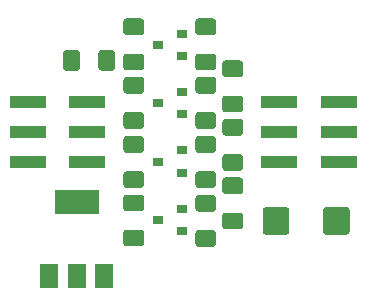
<source format=gbr>
%TF.GenerationSoftware,KiCad,Pcbnew,(5.1.6)-1*%
%TF.CreationDate,2020-06-05T20:50:24+02:00*%
%TF.ProjectId,TinyISPLevelShifter,54696e79-4953-4504-9c65-76656c536869,rev?*%
%TF.SameCoordinates,Original*%
%TF.FileFunction,Paste,Top*%
%TF.FilePolarity,Positive*%
%FSLAX46Y46*%
G04 Gerber Fmt 4.6, Leading zero omitted, Abs format (unit mm)*
G04 Created by KiCad (PCBNEW (5.1.6)-1) date 2020-06-05 20:50:24*
%MOMM*%
%LPD*%
G01*
G04 APERTURE LIST*
%ADD10R,3.150000X1.000000*%
%ADD11R,1.500000X2.000000*%
%ADD12R,3.800000X2.000000*%
%ADD13R,0.900000X0.800000*%
G04 APERTURE END LIST*
D10*
%TO.C,J2*%
X135763000Y-91948000D03*
X130713000Y-91948000D03*
X135763000Y-89408000D03*
X130713000Y-89408000D03*
X135763000Y-86868000D03*
X130713000Y-86868000D03*
%TD*%
%TO.C,J1*%
X157069000Y-91948000D03*
X152019000Y-91948000D03*
X157069000Y-89408000D03*
X152019000Y-89408000D03*
X157069000Y-86868000D03*
X152019000Y-86868000D03*
%TD*%
%TO.C,R11*%
G36*
G01*
X147457000Y-96188500D02*
X148707000Y-96188500D01*
G75*
G02*
X148957000Y-96438500I0J-250000D01*
G01*
X148957000Y-97363500D01*
G75*
G02*
X148707000Y-97613500I-250000J0D01*
G01*
X147457000Y-97613500D01*
G75*
G02*
X147207000Y-97363500I0J250000D01*
G01*
X147207000Y-96438500D01*
G75*
G02*
X147457000Y-96188500I250000J0D01*
G01*
G37*
G36*
G01*
X147457000Y-93213500D02*
X148707000Y-93213500D01*
G75*
G02*
X148957000Y-93463500I0J-250000D01*
G01*
X148957000Y-94388500D01*
G75*
G02*
X148707000Y-94638500I-250000J0D01*
G01*
X147457000Y-94638500D01*
G75*
G02*
X147207000Y-94388500I0J250000D01*
G01*
X147207000Y-93463500D01*
G75*
G02*
X147457000Y-93213500I250000J0D01*
G01*
G37*
%TD*%
%TO.C,R10*%
G36*
G01*
X147457000Y-91235500D02*
X148707000Y-91235500D01*
G75*
G02*
X148957000Y-91485500I0J-250000D01*
G01*
X148957000Y-92410500D01*
G75*
G02*
X148707000Y-92660500I-250000J0D01*
G01*
X147457000Y-92660500D01*
G75*
G02*
X147207000Y-92410500I0J250000D01*
G01*
X147207000Y-91485500D01*
G75*
G02*
X147457000Y-91235500I250000J0D01*
G01*
G37*
G36*
G01*
X147457000Y-88260500D02*
X148707000Y-88260500D01*
G75*
G02*
X148957000Y-88510500I0J-250000D01*
G01*
X148957000Y-89435500D01*
G75*
G02*
X148707000Y-89685500I-250000J0D01*
G01*
X147457000Y-89685500D01*
G75*
G02*
X147207000Y-89435500I0J250000D01*
G01*
X147207000Y-88510500D01*
G75*
G02*
X147457000Y-88260500I250000J0D01*
G01*
G37*
%TD*%
%TO.C,R9*%
G36*
G01*
X147457000Y-86282500D02*
X148707000Y-86282500D01*
G75*
G02*
X148957000Y-86532500I0J-250000D01*
G01*
X148957000Y-87457500D01*
G75*
G02*
X148707000Y-87707500I-250000J0D01*
G01*
X147457000Y-87707500D01*
G75*
G02*
X147207000Y-87457500I0J250000D01*
G01*
X147207000Y-86532500D01*
G75*
G02*
X147457000Y-86282500I250000J0D01*
G01*
G37*
G36*
G01*
X147457000Y-83307500D02*
X148707000Y-83307500D01*
G75*
G02*
X148957000Y-83557500I0J-250000D01*
G01*
X148957000Y-84482500D01*
G75*
G02*
X148707000Y-84732500I-250000J0D01*
G01*
X147457000Y-84732500D01*
G75*
G02*
X147207000Y-84482500I0J250000D01*
G01*
X147207000Y-83557500D01*
G75*
G02*
X147457000Y-83307500I250000J0D01*
G01*
G37*
%TD*%
%TO.C,C2*%
G36*
G01*
X155720000Y-97826001D02*
X155720000Y-95975999D01*
G75*
G02*
X155969999Y-95726000I249999J0D01*
G01*
X157720001Y-95726000D01*
G75*
G02*
X157970000Y-95975999I0J-249999D01*
G01*
X157970000Y-97826001D01*
G75*
G02*
X157720001Y-98076000I-249999J0D01*
G01*
X155969999Y-98076000D01*
G75*
G02*
X155720000Y-97826001I0J249999D01*
G01*
G37*
G36*
G01*
X150620000Y-97826001D02*
X150620000Y-95975999D01*
G75*
G02*
X150869999Y-95726000I249999J0D01*
G01*
X152620001Y-95726000D01*
G75*
G02*
X152870000Y-95975999I0J-249999D01*
G01*
X152870000Y-97826001D01*
G75*
G02*
X152620001Y-98076000I-249999J0D01*
G01*
X150869999Y-98076000D01*
G75*
G02*
X150620000Y-97826001I0J249999D01*
G01*
G37*
%TD*%
D11*
%TO.C,U1*%
X132560000Y-101575000D03*
X137160000Y-101575000D03*
X134860000Y-101575000D03*
D12*
X134860000Y-95275000D03*
%TD*%
%TO.C,R8*%
G36*
G01*
X139075000Y-97639500D02*
X140325000Y-97639500D01*
G75*
G02*
X140575000Y-97889500I0J-250000D01*
G01*
X140575000Y-98814500D01*
G75*
G02*
X140325000Y-99064500I-250000J0D01*
G01*
X139075000Y-99064500D01*
G75*
G02*
X138825000Y-98814500I0J250000D01*
G01*
X138825000Y-97889500D01*
G75*
G02*
X139075000Y-97639500I250000J0D01*
G01*
G37*
G36*
G01*
X139075000Y-94664500D02*
X140325000Y-94664500D01*
G75*
G02*
X140575000Y-94914500I0J-250000D01*
G01*
X140575000Y-95839500D01*
G75*
G02*
X140325000Y-96089500I-250000J0D01*
G01*
X139075000Y-96089500D01*
G75*
G02*
X138825000Y-95839500I0J250000D01*
G01*
X138825000Y-94914500D01*
G75*
G02*
X139075000Y-94664500I250000J0D01*
G01*
G37*
%TD*%
%TO.C,R7*%
G36*
G01*
X140325000Y-91136500D02*
X139075000Y-91136500D01*
G75*
G02*
X138825000Y-90886500I0J250000D01*
G01*
X138825000Y-89961500D01*
G75*
G02*
X139075000Y-89711500I250000J0D01*
G01*
X140325000Y-89711500D01*
G75*
G02*
X140575000Y-89961500I0J-250000D01*
G01*
X140575000Y-90886500D01*
G75*
G02*
X140325000Y-91136500I-250000J0D01*
G01*
G37*
G36*
G01*
X140325000Y-94111500D02*
X139075000Y-94111500D01*
G75*
G02*
X138825000Y-93861500I0J250000D01*
G01*
X138825000Y-92936500D01*
G75*
G02*
X139075000Y-92686500I250000J0D01*
G01*
X140325000Y-92686500D01*
G75*
G02*
X140575000Y-92936500I0J-250000D01*
G01*
X140575000Y-93861500D01*
G75*
G02*
X140325000Y-94111500I-250000J0D01*
G01*
G37*
%TD*%
%TO.C,R6*%
G36*
G01*
X139075000Y-87679500D02*
X140325000Y-87679500D01*
G75*
G02*
X140575000Y-87929500I0J-250000D01*
G01*
X140575000Y-88854500D01*
G75*
G02*
X140325000Y-89104500I-250000J0D01*
G01*
X139075000Y-89104500D01*
G75*
G02*
X138825000Y-88854500I0J250000D01*
G01*
X138825000Y-87929500D01*
G75*
G02*
X139075000Y-87679500I250000J0D01*
G01*
G37*
G36*
G01*
X139075000Y-84704500D02*
X140325000Y-84704500D01*
G75*
G02*
X140575000Y-84954500I0J-250000D01*
G01*
X140575000Y-85879500D01*
G75*
G02*
X140325000Y-86129500I-250000J0D01*
G01*
X139075000Y-86129500D01*
G75*
G02*
X138825000Y-85879500I0J250000D01*
G01*
X138825000Y-84954500D01*
G75*
G02*
X139075000Y-84704500I250000J0D01*
G01*
G37*
%TD*%
%TO.C,R5*%
G36*
G01*
X140325000Y-81176500D02*
X139075000Y-81176500D01*
G75*
G02*
X138825000Y-80926500I0J250000D01*
G01*
X138825000Y-80001500D01*
G75*
G02*
X139075000Y-79751500I250000J0D01*
G01*
X140325000Y-79751500D01*
G75*
G02*
X140575000Y-80001500I0J-250000D01*
G01*
X140575000Y-80926500D01*
G75*
G02*
X140325000Y-81176500I-250000J0D01*
G01*
G37*
G36*
G01*
X140325000Y-84151500D02*
X139075000Y-84151500D01*
G75*
G02*
X138825000Y-83901500I0J250000D01*
G01*
X138825000Y-82976500D01*
G75*
G02*
X139075000Y-82726500I250000J0D01*
G01*
X140325000Y-82726500D01*
G75*
G02*
X140575000Y-82976500I0J-250000D01*
G01*
X140575000Y-83901500D01*
G75*
G02*
X140325000Y-84151500I-250000J0D01*
G01*
G37*
%TD*%
%TO.C,R4*%
G36*
G01*
X146421000Y-96126000D02*
X145171000Y-96126000D01*
G75*
G02*
X144921000Y-95876000I0J250000D01*
G01*
X144921000Y-94951000D01*
G75*
G02*
X145171000Y-94701000I250000J0D01*
G01*
X146421000Y-94701000D01*
G75*
G02*
X146671000Y-94951000I0J-250000D01*
G01*
X146671000Y-95876000D01*
G75*
G02*
X146421000Y-96126000I-250000J0D01*
G01*
G37*
G36*
G01*
X146421000Y-99101000D02*
X145171000Y-99101000D01*
G75*
G02*
X144921000Y-98851000I0J250000D01*
G01*
X144921000Y-97926000D01*
G75*
G02*
X145171000Y-97676000I250000J0D01*
G01*
X146421000Y-97676000D01*
G75*
G02*
X146671000Y-97926000I0J-250000D01*
G01*
X146671000Y-98851000D01*
G75*
G02*
X146421000Y-99101000I-250000J0D01*
G01*
G37*
%TD*%
%TO.C,R3*%
G36*
G01*
X146421000Y-91136500D02*
X145171000Y-91136500D01*
G75*
G02*
X144921000Y-90886500I0J250000D01*
G01*
X144921000Y-89961500D01*
G75*
G02*
X145171000Y-89711500I250000J0D01*
G01*
X146421000Y-89711500D01*
G75*
G02*
X146671000Y-89961500I0J-250000D01*
G01*
X146671000Y-90886500D01*
G75*
G02*
X146421000Y-91136500I-250000J0D01*
G01*
G37*
G36*
G01*
X146421000Y-94111500D02*
X145171000Y-94111500D01*
G75*
G02*
X144921000Y-93861500I0J250000D01*
G01*
X144921000Y-92936500D01*
G75*
G02*
X145171000Y-92686500I250000J0D01*
G01*
X146421000Y-92686500D01*
G75*
G02*
X146671000Y-92936500I0J-250000D01*
G01*
X146671000Y-93861500D01*
G75*
G02*
X146421000Y-94111500I-250000J0D01*
G01*
G37*
%TD*%
%TO.C,R2*%
G36*
G01*
X146421000Y-86129500D02*
X145171000Y-86129500D01*
G75*
G02*
X144921000Y-85879500I0J250000D01*
G01*
X144921000Y-84954500D01*
G75*
G02*
X145171000Y-84704500I250000J0D01*
G01*
X146421000Y-84704500D01*
G75*
G02*
X146671000Y-84954500I0J-250000D01*
G01*
X146671000Y-85879500D01*
G75*
G02*
X146421000Y-86129500I-250000J0D01*
G01*
G37*
G36*
G01*
X146421000Y-89104500D02*
X145171000Y-89104500D01*
G75*
G02*
X144921000Y-88854500I0J250000D01*
G01*
X144921000Y-87929500D01*
G75*
G02*
X145171000Y-87679500I250000J0D01*
G01*
X146421000Y-87679500D01*
G75*
G02*
X146671000Y-87929500I0J-250000D01*
G01*
X146671000Y-88854500D01*
G75*
G02*
X146421000Y-89104500I-250000J0D01*
G01*
G37*
%TD*%
%TO.C,R1*%
G36*
G01*
X146421000Y-81176500D02*
X145171000Y-81176500D01*
G75*
G02*
X144921000Y-80926500I0J250000D01*
G01*
X144921000Y-80001500D01*
G75*
G02*
X145171000Y-79751500I250000J0D01*
G01*
X146421000Y-79751500D01*
G75*
G02*
X146671000Y-80001500I0J-250000D01*
G01*
X146671000Y-80926500D01*
G75*
G02*
X146421000Y-81176500I-250000J0D01*
G01*
G37*
G36*
G01*
X146421000Y-84151500D02*
X145171000Y-84151500D01*
G75*
G02*
X144921000Y-83901500I0J250000D01*
G01*
X144921000Y-82976500D01*
G75*
G02*
X145171000Y-82726500I250000J0D01*
G01*
X146421000Y-82726500D01*
G75*
G02*
X146671000Y-82976500I0J-250000D01*
G01*
X146671000Y-83901500D01*
G75*
G02*
X146421000Y-84151500I-250000J0D01*
G01*
G37*
%TD*%
D13*
%TO.C,Q4*%
X141748000Y-96837500D03*
X143748000Y-95887500D03*
X143748000Y-97787500D03*
%TD*%
%TO.C,Q3*%
X141764000Y-91882000D03*
X143764000Y-90932000D03*
X143764000Y-92832000D03*
%TD*%
%TO.C,Q2*%
X141764000Y-86934000D03*
X143764000Y-85984000D03*
X143764000Y-87884000D03*
%TD*%
%TO.C,Q1*%
X141748000Y-81981000D03*
X143748000Y-81031000D03*
X143748000Y-82931000D03*
%TD*%
%TO.C,C1*%
G36*
G01*
X135151500Y-82687000D02*
X135151500Y-83937000D01*
G75*
G02*
X134901500Y-84187000I-250000J0D01*
G01*
X133976500Y-84187000D01*
G75*
G02*
X133726500Y-83937000I0J250000D01*
G01*
X133726500Y-82687000D01*
G75*
G02*
X133976500Y-82437000I250000J0D01*
G01*
X134901500Y-82437000D01*
G75*
G02*
X135151500Y-82687000I0J-250000D01*
G01*
G37*
G36*
G01*
X138126500Y-82687000D02*
X138126500Y-83937000D01*
G75*
G02*
X137876500Y-84187000I-250000J0D01*
G01*
X136951500Y-84187000D01*
G75*
G02*
X136701500Y-83937000I0J250000D01*
G01*
X136701500Y-82687000D01*
G75*
G02*
X136951500Y-82437000I250000J0D01*
G01*
X137876500Y-82437000D01*
G75*
G02*
X138126500Y-82687000I0J-250000D01*
G01*
G37*
%TD*%
M02*

</source>
